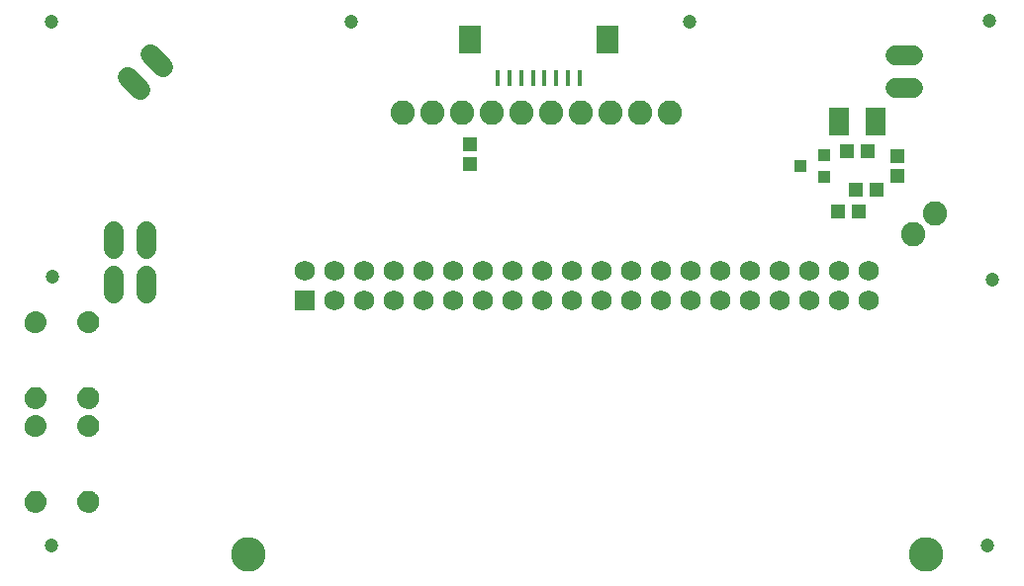
<source format=gbr>
G04 EAGLE Gerber RS-274X export*
G75*
%MOMM*%
%FSLAX34Y34*%
%LPD*%
%INSoldermask Bottom*%
%IPPOS*%
%AMOC8*
5,1,8,0,0,1.08239X$1,22.5*%
G01*
%ADD10C,1.203200*%
%ADD11C,2.082800*%
%ADD12C,1.727200*%
%ADD13R,1.203200X1.303200*%
%ADD14R,1.303200X1.203200*%
%ADD15R,1.103200X1.003200*%
%ADD16R,1.703200X2.403200*%
%ADD17C,2.953200*%
%ADD18R,1.727200X1.727200*%
%ADD19C,1.727200*%
%ADD20R,0.400000X1.400000*%
%ADD21R,1.900000X2.350000*%

G36*
X84159Y236689D02*
X84159Y236689D01*
X84205Y236702D01*
X84280Y236714D01*
X85929Y237230D01*
X85972Y237252D01*
X86043Y237278D01*
X87560Y238106D01*
X87598Y238136D01*
X87663Y238176D01*
X88989Y239284D01*
X89020Y239320D01*
X89076Y239372D01*
X90160Y240717D01*
X90183Y240759D01*
X90229Y240821D01*
X91030Y242352D01*
X91044Y242398D01*
X91076Y242467D01*
X91564Y244124D01*
X91569Y244172D01*
X91587Y244247D01*
X91719Y245715D01*
X91735Y245743D01*
X91741Y245782D01*
X91756Y245819D01*
X91761Y245915D01*
X91769Y245965D01*
X91766Y245985D01*
X91767Y246006D01*
X91615Y247697D01*
X91602Y247743D01*
X91592Y247819D01*
X91113Y249448D01*
X91092Y249491D01*
X91066Y249563D01*
X90279Y251067D01*
X90250Y251106D01*
X90211Y251171D01*
X89145Y252493D01*
X89109Y252525D01*
X89058Y252582D01*
X87755Y253671D01*
X87714Y253694D01*
X87653Y253741D01*
X86162Y254554D01*
X86117Y254569D01*
X86048Y254603D01*
X84428Y255110D01*
X84380Y255116D01*
X84306Y255135D01*
X82623Y255316D01*
X82425Y255341D01*
X82374Y255338D01*
X82283Y255342D01*
X80574Y255169D01*
X80528Y255156D01*
X80452Y255144D01*
X78810Y254641D01*
X78767Y254619D01*
X78695Y254593D01*
X77182Y253779D01*
X77145Y253749D01*
X77079Y253709D01*
X75755Y252616D01*
X75723Y252579D01*
X75667Y252528D01*
X74581Y251197D01*
X74558Y251154D01*
X74512Y251093D01*
X73707Y249576D01*
X73692Y249530D01*
X73660Y249461D01*
X73166Y247815D01*
X73160Y247768D01*
X73142Y247693D01*
X72990Y246106D01*
X72984Y246089D01*
X72942Y245995D01*
X72942Y245985D01*
X72938Y245977D01*
X72927Y245790D01*
X73080Y244111D01*
X73093Y244064D01*
X73103Y243989D01*
X73581Y242372D01*
X73602Y242329D01*
X73627Y242257D01*
X74411Y240765D01*
X74441Y240727D01*
X74479Y240661D01*
X75539Y239350D01*
X75575Y239319D01*
X75626Y239262D01*
X76921Y238183D01*
X76963Y238159D01*
X77024Y238113D01*
X78505Y237307D01*
X78550Y237292D01*
X78619Y237259D01*
X78929Y237163D01*
X80228Y236758D01*
X80276Y236752D01*
X80350Y236733D01*
X82003Y236558D01*
X82259Y236511D01*
X82281Y236511D01*
X82441Y236504D01*
X84159Y236689D01*
G37*
G36*
X38871Y236638D02*
X38871Y236638D01*
X38917Y236651D01*
X38992Y236663D01*
X40641Y237179D01*
X40684Y237201D01*
X40755Y237227D01*
X42272Y238055D01*
X42310Y238085D01*
X42375Y238125D01*
X43701Y239233D01*
X43732Y239269D01*
X43788Y239321D01*
X44872Y240666D01*
X44895Y240708D01*
X44941Y240770D01*
X45742Y242301D01*
X45756Y242347D01*
X45788Y242416D01*
X46276Y244073D01*
X46281Y244121D01*
X46299Y244196D01*
X46431Y245664D01*
X46447Y245692D01*
X46453Y245731D01*
X46468Y245768D01*
X46473Y245864D01*
X46481Y245914D01*
X46478Y245934D01*
X46479Y245955D01*
X46327Y247646D01*
X46314Y247692D01*
X46304Y247768D01*
X45825Y249397D01*
X45804Y249440D01*
X45778Y249512D01*
X44991Y251016D01*
X44962Y251055D01*
X44923Y251120D01*
X43857Y252442D01*
X43821Y252474D01*
X43770Y252531D01*
X42467Y253620D01*
X42426Y253643D01*
X42365Y253690D01*
X40874Y254503D01*
X40829Y254518D01*
X40760Y254552D01*
X39140Y255059D01*
X39092Y255065D01*
X39018Y255084D01*
X37335Y255265D01*
X37137Y255290D01*
X37086Y255287D01*
X36995Y255291D01*
X35286Y255118D01*
X35240Y255105D01*
X35164Y255093D01*
X33522Y254590D01*
X33479Y254568D01*
X33407Y254542D01*
X31894Y253728D01*
X31857Y253698D01*
X31791Y253658D01*
X30467Y252565D01*
X30435Y252528D01*
X30379Y252477D01*
X29293Y251146D01*
X29270Y251103D01*
X29224Y251042D01*
X28419Y249525D01*
X28404Y249479D01*
X28372Y249410D01*
X27878Y247764D01*
X27872Y247717D01*
X27854Y247642D01*
X27702Y246055D01*
X27696Y246038D01*
X27654Y245944D01*
X27654Y245934D01*
X27650Y245926D01*
X27639Y245739D01*
X27792Y244060D01*
X27805Y244013D01*
X27815Y243938D01*
X28293Y242321D01*
X28314Y242278D01*
X28339Y242206D01*
X29123Y240714D01*
X29153Y240676D01*
X29191Y240610D01*
X30251Y239299D01*
X30287Y239268D01*
X30338Y239211D01*
X31633Y238132D01*
X31675Y238108D01*
X31736Y238062D01*
X33217Y237256D01*
X33262Y237241D01*
X33331Y237208D01*
X33641Y237112D01*
X34940Y236707D01*
X34988Y236701D01*
X35062Y236682D01*
X36715Y236507D01*
X36971Y236460D01*
X36993Y236460D01*
X37153Y236453D01*
X38871Y236638D01*
G37*
G36*
X38896Y171614D02*
X38896Y171614D01*
X38942Y171627D01*
X39017Y171639D01*
X40666Y172155D01*
X40709Y172177D01*
X40780Y172203D01*
X42297Y173031D01*
X42335Y173061D01*
X42400Y173101D01*
X43726Y174209D01*
X43757Y174245D01*
X43813Y174297D01*
X44897Y175642D01*
X44920Y175684D01*
X44966Y175746D01*
X45767Y177277D01*
X45781Y177323D01*
X45813Y177392D01*
X46301Y179049D01*
X46306Y179097D01*
X46324Y179172D01*
X46456Y180640D01*
X46472Y180668D01*
X46478Y180707D01*
X46493Y180744D01*
X46498Y180840D01*
X46506Y180890D01*
X46503Y180910D01*
X46504Y180931D01*
X46352Y182622D01*
X46339Y182668D01*
X46329Y182744D01*
X45850Y184373D01*
X45829Y184416D01*
X45803Y184488D01*
X45016Y185992D01*
X44987Y186031D01*
X44948Y186096D01*
X43882Y187418D01*
X43846Y187450D01*
X43795Y187507D01*
X42492Y188596D01*
X42451Y188619D01*
X42390Y188666D01*
X40899Y189479D01*
X40854Y189494D01*
X40785Y189528D01*
X39165Y190035D01*
X39117Y190041D01*
X39043Y190060D01*
X37360Y190241D01*
X37162Y190266D01*
X37111Y190263D01*
X37020Y190267D01*
X35311Y190094D01*
X35265Y190081D01*
X35189Y190069D01*
X33547Y189566D01*
X33504Y189544D01*
X33432Y189518D01*
X31919Y188704D01*
X31882Y188674D01*
X31816Y188634D01*
X30492Y187541D01*
X30460Y187504D01*
X30404Y187453D01*
X29318Y186122D01*
X29295Y186079D01*
X29249Y186018D01*
X28444Y184501D01*
X28429Y184455D01*
X28397Y184386D01*
X27903Y182740D01*
X27897Y182693D01*
X27879Y182618D01*
X27727Y181031D01*
X27721Y181014D01*
X27679Y180920D01*
X27679Y180910D01*
X27675Y180902D01*
X27664Y180715D01*
X27817Y179036D01*
X27830Y178989D01*
X27840Y178914D01*
X28318Y177297D01*
X28339Y177254D01*
X28364Y177182D01*
X29148Y175690D01*
X29178Y175652D01*
X29216Y175586D01*
X30276Y174275D01*
X30312Y174244D01*
X30363Y174187D01*
X31658Y173108D01*
X31700Y173084D01*
X31761Y173038D01*
X33242Y172232D01*
X33287Y172217D01*
X33356Y172184D01*
X33666Y172088D01*
X34965Y171683D01*
X35013Y171677D01*
X35087Y171658D01*
X36740Y171483D01*
X36996Y171436D01*
X37018Y171436D01*
X37178Y171429D01*
X38896Y171614D01*
G37*
G36*
X84134Y171614D02*
X84134Y171614D01*
X84180Y171627D01*
X84255Y171639D01*
X85904Y172155D01*
X85947Y172177D01*
X86018Y172203D01*
X87535Y173031D01*
X87573Y173061D01*
X87638Y173101D01*
X88964Y174209D01*
X88995Y174245D01*
X89051Y174297D01*
X90135Y175642D01*
X90158Y175684D01*
X90204Y175746D01*
X91005Y177277D01*
X91019Y177323D01*
X91051Y177392D01*
X91539Y179049D01*
X91544Y179097D01*
X91562Y179172D01*
X91694Y180640D01*
X91710Y180668D01*
X91716Y180707D01*
X91731Y180744D01*
X91736Y180840D01*
X91744Y180890D01*
X91741Y180910D01*
X91742Y180931D01*
X91590Y182622D01*
X91577Y182668D01*
X91567Y182744D01*
X91088Y184373D01*
X91067Y184416D01*
X91041Y184488D01*
X90254Y185992D01*
X90225Y186031D01*
X90186Y186096D01*
X89120Y187418D01*
X89084Y187450D01*
X89033Y187507D01*
X87730Y188596D01*
X87689Y188619D01*
X87628Y188666D01*
X86137Y189479D01*
X86092Y189494D01*
X86023Y189528D01*
X84403Y190035D01*
X84355Y190041D01*
X84281Y190060D01*
X82598Y190241D01*
X82400Y190266D01*
X82349Y190263D01*
X82258Y190267D01*
X80549Y190094D01*
X80503Y190081D01*
X80427Y190069D01*
X78785Y189566D01*
X78742Y189544D01*
X78670Y189518D01*
X77157Y188704D01*
X77120Y188674D01*
X77054Y188634D01*
X75730Y187541D01*
X75698Y187504D01*
X75642Y187453D01*
X74556Y186122D01*
X74533Y186079D01*
X74487Y186018D01*
X73682Y184501D01*
X73667Y184455D01*
X73635Y184386D01*
X73141Y182740D01*
X73135Y182693D01*
X73117Y182618D01*
X72965Y181031D01*
X72959Y181014D01*
X72917Y180920D01*
X72917Y180910D01*
X72913Y180902D01*
X72902Y180715D01*
X73055Y179036D01*
X73068Y178989D01*
X73078Y178914D01*
X73556Y177297D01*
X73577Y177254D01*
X73602Y177182D01*
X74386Y175690D01*
X74416Y175652D01*
X74454Y175586D01*
X75514Y174275D01*
X75550Y174244D01*
X75601Y174187D01*
X76896Y173108D01*
X76938Y173084D01*
X76999Y173038D01*
X78480Y172232D01*
X78525Y172217D01*
X78594Y172184D01*
X78904Y172088D01*
X80203Y171683D01*
X80251Y171677D01*
X80325Y171658D01*
X81978Y171483D01*
X82234Y171436D01*
X82256Y171436D01*
X82416Y171429D01*
X84134Y171614D01*
G37*
G36*
X84159Y147789D02*
X84159Y147789D01*
X84205Y147802D01*
X84280Y147814D01*
X85929Y148330D01*
X85972Y148352D01*
X86043Y148378D01*
X87560Y149206D01*
X87598Y149236D01*
X87663Y149276D01*
X88989Y150384D01*
X89020Y150420D01*
X89076Y150472D01*
X90160Y151817D01*
X90183Y151859D01*
X90229Y151921D01*
X91030Y153452D01*
X91044Y153498D01*
X91076Y153567D01*
X91564Y155224D01*
X91569Y155272D01*
X91587Y155347D01*
X91719Y156815D01*
X91735Y156843D01*
X91741Y156882D01*
X91756Y156919D01*
X91761Y157015D01*
X91769Y157065D01*
X91766Y157085D01*
X91767Y157106D01*
X91615Y158797D01*
X91602Y158843D01*
X91592Y158919D01*
X91113Y160548D01*
X91092Y160591D01*
X91066Y160663D01*
X90279Y162167D01*
X90250Y162206D01*
X90211Y162271D01*
X89145Y163593D01*
X89109Y163625D01*
X89058Y163682D01*
X87755Y164771D01*
X87714Y164794D01*
X87653Y164841D01*
X86162Y165654D01*
X86117Y165669D01*
X86048Y165703D01*
X84428Y166210D01*
X84380Y166216D01*
X84306Y166235D01*
X82623Y166416D01*
X82425Y166441D01*
X82374Y166438D01*
X82283Y166442D01*
X80574Y166269D01*
X80528Y166256D01*
X80452Y166244D01*
X78810Y165741D01*
X78767Y165719D01*
X78695Y165693D01*
X77182Y164879D01*
X77145Y164849D01*
X77079Y164809D01*
X75755Y163716D01*
X75723Y163679D01*
X75667Y163628D01*
X74581Y162297D01*
X74558Y162254D01*
X74512Y162193D01*
X73707Y160676D01*
X73692Y160630D01*
X73660Y160561D01*
X73166Y158915D01*
X73160Y158868D01*
X73142Y158793D01*
X72990Y157206D01*
X72984Y157189D01*
X72942Y157095D01*
X72942Y157085D01*
X72938Y157077D01*
X72927Y156890D01*
X73080Y155211D01*
X73093Y155164D01*
X73103Y155089D01*
X73581Y153472D01*
X73602Y153429D01*
X73627Y153357D01*
X74411Y151865D01*
X74441Y151827D01*
X74479Y151761D01*
X75539Y150450D01*
X75575Y150419D01*
X75626Y150362D01*
X76921Y149283D01*
X76963Y149259D01*
X77024Y149213D01*
X78505Y148407D01*
X78550Y148392D01*
X78619Y148359D01*
X78929Y148263D01*
X80228Y147858D01*
X80276Y147852D01*
X80350Y147833D01*
X82003Y147658D01*
X82259Y147611D01*
X82281Y147611D01*
X82441Y147604D01*
X84159Y147789D01*
G37*
G36*
X38871Y147738D02*
X38871Y147738D01*
X38917Y147751D01*
X38992Y147763D01*
X40641Y148279D01*
X40684Y148301D01*
X40755Y148327D01*
X42272Y149155D01*
X42310Y149185D01*
X42375Y149225D01*
X43701Y150333D01*
X43732Y150369D01*
X43788Y150421D01*
X44872Y151766D01*
X44895Y151808D01*
X44941Y151870D01*
X45742Y153401D01*
X45756Y153447D01*
X45788Y153516D01*
X46276Y155173D01*
X46281Y155221D01*
X46299Y155296D01*
X46431Y156764D01*
X46447Y156792D01*
X46453Y156831D01*
X46468Y156868D01*
X46473Y156964D01*
X46481Y157014D01*
X46478Y157034D01*
X46479Y157055D01*
X46327Y158746D01*
X46314Y158792D01*
X46304Y158868D01*
X45825Y160497D01*
X45804Y160540D01*
X45778Y160612D01*
X44991Y162116D01*
X44962Y162155D01*
X44923Y162220D01*
X43857Y163542D01*
X43821Y163574D01*
X43770Y163631D01*
X42467Y164720D01*
X42426Y164743D01*
X42365Y164790D01*
X40874Y165603D01*
X40829Y165618D01*
X40760Y165652D01*
X39140Y166159D01*
X39092Y166165D01*
X39018Y166184D01*
X37335Y166365D01*
X37137Y166390D01*
X37086Y166387D01*
X36995Y166391D01*
X35286Y166218D01*
X35240Y166205D01*
X35164Y166193D01*
X33522Y165690D01*
X33479Y165668D01*
X33407Y165642D01*
X31894Y164828D01*
X31857Y164798D01*
X31791Y164758D01*
X30467Y163665D01*
X30435Y163628D01*
X30379Y163577D01*
X29293Y162246D01*
X29270Y162203D01*
X29224Y162142D01*
X28419Y160625D01*
X28404Y160579D01*
X28372Y160510D01*
X27878Y158864D01*
X27872Y158817D01*
X27854Y158742D01*
X27702Y157155D01*
X27696Y157138D01*
X27654Y157044D01*
X27654Y157034D01*
X27650Y157026D01*
X27639Y156839D01*
X27792Y155160D01*
X27805Y155113D01*
X27815Y155038D01*
X28293Y153421D01*
X28314Y153378D01*
X28339Y153306D01*
X29123Y151814D01*
X29153Y151776D01*
X29191Y151710D01*
X30251Y150399D01*
X30287Y150368D01*
X30338Y150311D01*
X31633Y149232D01*
X31675Y149208D01*
X31736Y149162D01*
X33217Y148356D01*
X33262Y148341D01*
X33331Y148308D01*
X33641Y148212D01*
X34940Y147807D01*
X34988Y147801D01*
X35062Y147782D01*
X36715Y147607D01*
X36971Y147560D01*
X36993Y147560D01*
X37153Y147553D01*
X38871Y147738D01*
G37*
G36*
X38896Y82714D02*
X38896Y82714D01*
X38942Y82727D01*
X39017Y82739D01*
X40666Y83255D01*
X40709Y83277D01*
X40780Y83303D01*
X42297Y84131D01*
X42335Y84161D01*
X42400Y84201D01*
X43726Y85309D01*
X43757Y85345D01*
X43813Y85397D01*
X44897Y86742D01*
X44920Y86784D01*
X44966Y86846D01*
X45767Y88377D01*
X45781Y88423D01*
X45813Y88492D01*
X46301Y90149D01*
X46306Y90197D01*
X46324Y90272D01*
X46456Y91740D01*
X46472Y91768D01*
X46478Y91807D01*
X46493Y91844D01*
X46498Y91940D01*
X46506Y91990D01*
X46503Y92010D01*
X46504Y92031D01*
X46352Y93722D01*
X46339Y93768D01*
X46329Y93844D01*
X45850Y95473D01*
X45829Y95516D01*
X45803Y95588D01*
X45016Y97092D01*
X44987Y97131D01*
X44948Y97196D01*
X43882Y98518D01*
X43846Y98550D01*
X43795Y98607D01*
X42492Y99696D01*
X42451Y99719D01*
X42390Y99766D01*
X40899Y100579D01*
X40854Y100594D01*
X40785Y100628D01*
X39165Y101135D01*
X39117Y101141D01*
X39043Y101160D01*
X37360Y101341D01*
X37162Y101366D01*
X37111Y101363D01*
X37020Y101367D01*
X35311Y101194D01*
X35265Y101181D01*
X35189Y101169D01*
X33547Y100666D01*
X33504Y100644D01*
X33432Y100618D01*
X31919Y99804D01*
X31882Y99774D01*
X31816Y99734D01*
X30492Y98641D01*
X30460Y98604D01*
X30404Y98553D01*
X29318Y97222D01*
X29295Y97179D01*
X29249Y97118D01*
X28444Y95601D01*
X28429Y95555D01*
X28397Y95486D01*
X27903Y93840D01*
X27897Y93793D01*
X27879Y93718D01*
X27727Y92131D01*
X27721Y92114D01*
X27679Y92020D01*
X27679Y92010D01*
X27675Y92002D01*
X27664Y91815D01*
X27817Y90136D01*
X27830Y90089D01*
X27840Y90014D01*
X28318Y88397D01*
X28339Y88354D01*
X28364Y88282D01*
X29148Y86790D01*
X29178Y86752D01*
X29216Y86686D01*
X30276Y85375D01*
X30312Y85344D01*
X30363Y85287D01*
X31658Y84208D01*
X31700Y84184D01*
X31761Y84138D01*
X33242Y83332D01*
X33287Y83317D01*
X33356Y83284D01*
X33666Y83188D01*
X34965Y82783D01*
X35013Y82777D01*
X35087Y82758D01*
X36740Y82583D01*
X36996Y82536D01*
X37018Y82536D01*
X37178Y82529D01*
X38896Y82714D01*
G37*
G36*
X84134Y82714D02*
X84134Y82714D01*
X84180Y82727D01*
X84255Y82739D01*
X85904Y83255D01*
X85947Y83277D01*
X86018Y83303D01*
X87535Y84131D01*
X87573Y84161D01*
X87638Y84201D01*
X88964Y85309D01*
X88995Y85345D01*
X89051Y85397D01*
X90135Y86742D01*
X90158Y86784D01*
X90204Y86846D01*
X91005Y88377D01*
X91019Y88423D01*
X91051Y88492D01*
X91539Y90149D01*
X91544Y90197D01*
X91562Y90272D01*
X91694Y91740D01*
X91710Y91768D01*
X91716Y91807D01*
X91731Y91844D01*
X91736Y91940D01*
X91744Y91990D01*
X91741Y92010D01*
X91742Y92031D01*
X91590Y93722D01*
X91577Y93768D01*
X91567Y93844D01*
X91088Y95473D01*
X91067Y95516D01*
X91041Y95588D01*
X90254Y97092D01*
X90225Y97131D01*
X90186Y97196D01*
X89120Y98518D01*
X89084Y98550D01*
X89033Y98607D01*
X87730Y99696D01*
X87689Y99719D01*
X87628Y99766D01*
X86137Y100579D01*
X86092Y100594D01*
X86023Y100628D01*
X84403Y101135D01*
X84355Y101141D01*
X84281Y101160D01*
X82598Y101341D01*
X82400Y101366D01*
X82349Y101363D01*
X82258Y101367D01*
X80549Y101194D01*
X80503Y101181D01*
X80427Y101169D01*
X78785Y100666D01*
X78742Y100644D01*
X78670Y100618D01*
X77157Y99804D01*
X77120Y99774D01*
X77054Y99734D01*
X75730Y98641D01*
X75698Y98604D01*
X75642Y98553D01*
X74556Y97222D01*
X74533Y97179D01*
X74487Y97118D01*
X73682Y95601D01*
X73667Y95555D01*
X73635Y95486D01*
X73141Y93840D01*
X73135Y93793D01*
X73117Y93718D01*
X72965Y92131D01*
X72959Y92114D01*
X72917Y92020D01*
X72917Y92010D01*
X72913Y92002D01*
X72902Y91815D01*
X73055Y90136D01*
X73068Y90089D01*
X73078Y90014D01*
X73556Y88397D01*
X73577Y88354D01*
X73602Y88282D01*
X74386Y86790D01*
X74416Y86752D01*
X74454Y86686D01*
X75514Y85375D01*
X75550Y85344D01*
X75601Y85287D01*
X76896Y84208D01*
X76938Y84184D01*
X76999Y84138D01*
X78480Y83332D01*
X78525Y83317D01*
X78594Y83284D01*
X78904Y83188D01*
X80203Y82783D01*
X80251Y82777D01*
X80325Y82758D01*
X81978Y82583D01*
X82234Y82536D01*
X82256Y82536D01*
X82416Y82529D01*
X84134Y82714D01*
G37*
D10*
X50800Y502920D03*
X307340Y502920D03*
X596900Y502920D03*
X52070Y284480D03*
X50800Y54610D03*
X852170Y54610D03*
X855980Y281940D03*
X853440Y504190D03*
D11*
X580390Y425450D03*
X554990Y425450D03*
X529590Y425450D03*
X504190Y425450D03*
X478790Y425450D03*
X453390Y425450D03*
X427990Y425450D03*
X402590Y425450D03*
X377190Y425450D03*
X351790Y425450D03*
D12*
X132080Y323850D02*
X132080Y308610D01*
X104140Y308610D02*
X104140Y323850D01*
X132080Y285750D02*
X132080Y270510D01*
X104140Y270510D02*
X104140Y285750D01*
X773430Y474416D02*
X788670Y474416D01*
X788670Y446476D02*
X773430Y446476D01*
X146551Y464563D02*
X135774Y475340D01*
X116018Y455583D02*
X126794Y444807D01*
D13*
X408940Y381390D03*
X408940Y398390D03*
D11*
X788670Y321310D03*
X806631Y339271D03*
D13*
X774700Y371230D03*
X774700Y388230D03*
D14*
X731910Y392430D03*
X748910Y392430D03*
X739530Y359410D03*
X756530Y359410D03*
X724290Y340360D03*
X741290Y340360D03*
D15*
X712310Y389230D03*
X712310Y370230D03*
X691310Y379730D03*
D16*
X755910Y417830D03*
X724910Y417830D03*
D17*
X219150Y46430D03*
X799150Y46430D03*
D18*
X267970Y264160D03*
D19*
X293370Y264160D03*
X318770Y264160D03*
X344170Y264160D03*
X369570Y264160D03*
X394970Y264160D03*
X420370Y264160D03*
X445770Y264160D03*
X471170Y264160D03*
X496570Y264160D03*
X521970Y264160D03*
X547370Y264160D03*
X572770Y264160D03*
X598170Y264160D03*
X623570Y264160D03*
X648970Y264160D03*
X674370Y264160D03*
X699770Y264160D03*
X725170Y264160D03*
X750570Y264160D03*
X267970Y289560D03*
X293370Y289560D03*
X318770Y289560D03*
X344170Y289560D03*
X369570Y289560D03*
X394970Y289560D03*
X420370Y289560D03*
X445770Y289560D03*
X471170Y289560D03*
X496570Y289560D03*
X521970Y289560D03*
X547370Y289560D03*
X572770Y289560D03*
X598170Y289560D03*
X623570Y289560D03*
X648970Y289560D03*
X674370Y289560D03*
X699770Y289560D03*
X725170Y289560D03*
X750570Y289560D03*
D20*
X432787Y455043D03*
X442787Y455043D03*
X452787Y455043D03*
X462787Y455043D03*
X472787Y455043D03*
X482787Y455043D03*
X492787Y455043D03*
X502787Y455043D03*
D21*
X526787Y487543D03*
X408787Y487543D03*
M02*

</source>
